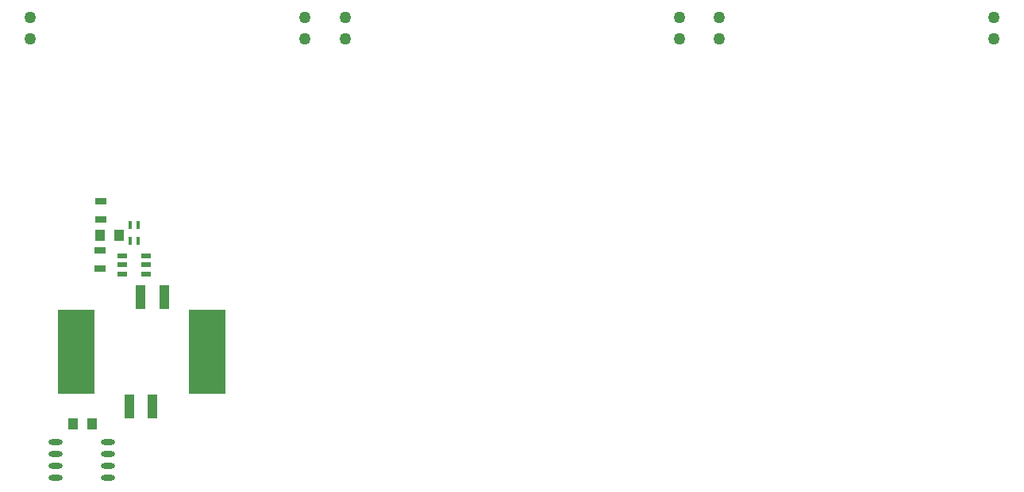
<source format=gbr>
G04 #@! TF.FileFunction,Paste,Bot*
%FSLAX46Y46*%
G04 Gerber Fmt 4.6, Leading zero omitted, Abs format (unit mm)*
G04 Created by KiCad (PCBNEW 4.0.1-stable) date 2017-03-07 1:46:45 PM*
%MOMM*%
G01*
G04 APERTURE LIST*
%ADD10C,0.100000*%
%ADD11C,1.270000*%
%ADD12O,1.473200X0.609600*%
%ADD13R,1.050000X2.600000*%
%ADD14R,3.980000X9.000000*%
%ADD15R,1.099820X0.599440*%
%ADD16R,1.000000X1.250000*%
%ADD17R,0.398780X0.899160*%
%ADD18R,1.300000X0.700000*%
G04 APERTURE END LIST*
D10*
D11*
X77927400Y-33237000D03*
X48615800Y-33237000D03*
X77927400Y-35497600D03*
X48615800Y-35497600D03*
X151384200Y-33237000D03*
X122072600Y-33237000D03*
X151384200Y-35497600D03*
X122072600Y-35497600D03*
D12*
X51306000Y-82405000D03*
X51306000Y-81135000D03*
X51306000Y-79865000D03*
X51306000Y-78595000D03*
X56894000Y-78595000D03*
X56894000Y-79865000D03*
X56894000Y-81135000D03*
X56894000Y-82405000D03*
D11*
X117830800Y-33237000D03*
X82169200Y-33237000D03*
X117830800Y-35497600D03*
X82169200Y-35497600D03*
D13*
X62900000Y-63150000D03*
X60400000Y-63150000D03*
D14*
X67480000Y-69000000D03*
X53510000Y-69000000D03*
D13*
X59150000Y-74850000D03*
X61650000Y-74850000D03*
D15*
X60949680Y-58750040D03*
X60949680Y-59700000D03*
X60949680Y-60649960D03*
X58450320Y-60649960D03*
X58450320Y-59700000D03*
X58450320Y-58750040D03*
D16*
X55200000Y-76700000D03*
X53200000Y-76700000D03*
D17*
X60098780Y-57098360D03*
X60098780Y-55401640D03*
X59301220Y-55401640D03*
X59301220Y-57098360D03*
D16*
X58050000Y-56500000D03*
X56050000Y-56500000D03*
D18*
X56050000Y-60050000D03*
X56050000Y-58150000D03*
X56100000Y-54800000D03*
X56100000Y-52900000D03*
M02*

</source>
